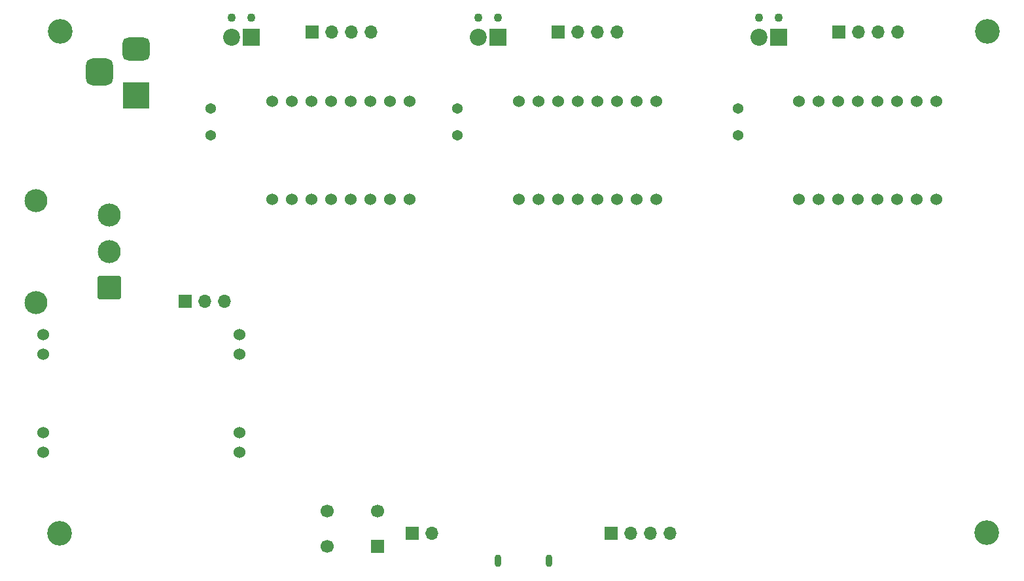
<source format=gbr>
%TF.GenerationSoftware,KiCad,Pcbnew,7.0.11+dfsg-1build4*%
%TF.CreationDate,2025-03-22T04:05:15-07:00*%
%TF.ProjectId,STM-32 PCB,53544d2d-3332-4205-9043-422e6b696361,rev?*%
%TF.SameCoordinates,Original*%
%TF.FileFunction,Soldermask,Bot*%
%TF.FilePolarity,Negative*%
%FSLAX46Y46*%
G04 Gerber Fmt 4.6, Leading zero omitted, Abs format (unit mm)*
G04 Created by KiCad (PCBNEW 7.0.11+dfsg-1build4) date 2025-03-22 04:05:15*
%MOMM*%
%LPD*%
G01*
G04 APERTURE LIST*
G04 Aperture macros list*
%AMRoundRect*
0 Rectangle with rounded corners*
0 $1 Rounding radius*
0 $2 $3 $4 $5 $6 $7 $8 $9 X,Y pos of 4 corners*
0 Add a 4 corners polygon primitive as box body*
4,1,4,$2,$3,$4,$5,$6,$7,$8,$9,$2,$3,0*
0 Add four circle primitives for the rounded corners*
1,1,$1+$1,$2,$3*
1,1,$1+$1,$4,$5*
1,1,$1+$1,$6,$7*
1,1,$1+$1,$8,$9*
0 Add four rect primitives between the rounded corners*
20,1,$1+$1,$2,$3,$4,$5,0*
20,1,$1+$1,$4,$5,$6,$7,0*
20,1,$1+$1,$6,$7,$8,$9,0*
20,1,$1+$1,$8,$9,$2,$3,0*%
G04 Aperture macros list end*
%ADD10C,1.524000*%
%ADD11R,1.700000X1.700000*%
%ADD12C,1.700000*%
%ADD13C,1.371600*%
%ADD14O,1.700000X1.700000*%
%ADD15O,0.900000X1.600000*%
%ADD16C,1.100000*%
%ADD17R,2.200000X2.200000*%
%ADD18C,2.200000*%
%ADD19C,3.200000*%
%ADD20R,3.500000X3.500000*%
%ADD21RoundRect,0.750000X-1.000000X0.750000X-1.000000X-0.750000X1.000000X-0.750000X1.000000X0.750000X0*%
%ADD22RoundRect,0.875000X-0.875000X0.875000X-0.875000X-0.875000X0.875000X-0.875000X0.875000X0.875000X0*%
%ADD23RoundRect,0.102000X1.387500X-1.387500X1.387500X1.387500X-1.387500X1.387500X-1.387500X-1.387500X0*%
%ADD24C,2.979000*%
G04 APERTURE END LIST*
D10*
%TO.C,U0*%
X89900000Y-104340000D03*
X89900000Y-106880000D03*
X89900000Y-117040000D03*
X89900000Y-119580000D03*
X115300000Y-104340000D03*
X115300000Y-106880000D03*
X115300000Y-117040000D03*
X115300000Y-119580000D03*
%TD*%
D11*
%TO.C,SW2*%
X133150000Y-131740000D03*
D12*
X126650000Y-131740000D03*
X133150000Y-127240000D03*
X126650000Y-127240000D03*
%TD*%
D13*
%TO.C,C6*%
X111580000Y-75025000D03*
X111580000Y-78525001D03*
%TD*%
D11*
%TO.C,J5*%
X156520000Y-65160000D03*
D14*
X159060000Y-65160000D03*
X161600000Y-65160000D03*
X164140000Y-65160000D03*
%TD*%
D10*
%TO.C,U4*%
X187687500Y-86840000D03*
X190227500Y-86840000D03*
X192767500Y-86840000D03*
X195307500Y-86840000D03*
X197847500Y-86840000D03*
X200387500Y-86840000D03*
X202927500Y-86840000D03*
X205467500Y-86840000D03*
X205467500Y-74140000D03*
X202927500Y-74140000D03*
X200387500Y-74140000D03*
X197847500Y-74140000D03*
X195307500Y-74140000D03*
X192767500Y-74140000D03*
X190227500Y-74140000D03*
X187687500Y-74140000D03*
%TD*%
D15*
%TO.C,J10*%
X148690000Y-133675000D03*
X155290000Y-133675000D03*
%TD*%
D16*
%TO.C,J7*%
X116817500Y-63320000D03*
X114277500Y-63320000D03*
D17*
X116817500Y-65860000D03*
D18*
X114277500Y-65860000D03*
%TD*%
D11*
%TO.C,J4*%
X124630000Y-65160000D03*
D14*
X127170000Y-65160000D03*
X129710000Y-65160000D03*
X132250000Y-65160000D03*
%TD*%
D19*
%TO.C,H3*%
X92000000Y-130060000D03*
%TD*%
D10*
%TO.C,U2*%
X119497500Y-86840000D03*
X122037500Y-86840000D03*
X124577500Y-86840000D03*
X127117500Y-86840000D03*
X129657500Y-86840000D03*
X132197500Y-86840000D03*
X134737500Y-86840000D03*
X137277500Y-86840000D03*
X137277500Y-74140000D03*
X134737500Y-74140000D03*
X132197500Y-74140000D03*
X129657500Y-74140000D03*
X127117500Y-74140000D03*
X124577500Y-74140000D03*
X122037500Y-74140000D03*
X119497500Y-74140000D03*
%TD*%
D19*
%TO.C,H4*%
X212000000Y-130030000D03*
%TD*%
D20*
%TO.C,J0*%
X101877500Y-73350000D03*
D21*
X101877500Y-67350000D03*
D22*
X97177500Y-70350000D03*
%TD*%
D11*
%TO.C,J6*%
X192820000Y-65160000D03*
D14*
X195360000Y-65160000D03*
X197900000Y-65160000D03*
X200440000Y-65160000D03*
%TD*%
D10*
%TO.C,U3*%
X151387500Y-86840000D03*
X153927500Y-86840000D03*
X156467500Y-86840000D03*
X159007500Y-86840000D03*
X161547500Y-86840000D03*
X164087500Y-86840000D03*
X166627500Y-86840000D03*
X169167500Y-86840000D03*
X169167500Y-74140000D03*
X166627500Y-74140000D03*
X164087500Y-74140000D03*
X161547500Y-74140000D03*
X159007500Y-74140000D03*
X156467500Y-74140000D03*
X153927500Y-74140000D03*
X151387500Y-74140000D03*
%TD*%
D19*
%TO.C,H1*%
X92050000Y-65060000D03*
%TD*%
D13*
%TO.C,C9*%
X143470000Y-75025000D03*
X143470000Y-78525001D03*
%TD*%
D16*
%TO.C,J8*%
X148707500Y-63320000D03*
X146167500Y-63320000D03*
D17*
X148707500Y-65860000D03*
D18*
X146167500Y-65860000D03*
%TD*%
D11*
%TO.C,J3*%
X163320000Y-130070000D03*
D14*
X165860000Y-130070000D03*
X168400000Y-130070000D03*
X170940000Y-130070000D03*
%TD*%
D11*
%TO.C,J2*%
X137610000Y-130070000D03*
D14*
X140150000Y-130070000D03*
%TD*%
D23*
%TO.C,SW1*%
X98456600Y-98256700D03*
D24*
X98456600Y-93556700D03*
X98456600Y-88856700D03*
X88926600Y-100161700D03*
X88926600Y-86951700D03*
%TD*%
D19*
%TO.C,H2*%
X212050000Y-65030000D03*
%TD*%
D16*
%TO.C,J9*%
X185007500Y-63320000D03*
X182467500Y-63320000D03*
D17*
X185007500Y-65860000D03*
D18*
X182467500Y-65860000D03*
%TD*%
D11*
%TO.C,J1*%
X108225000Y-100060000D03*
D14*
X110765000Y-100060000D03*
X113305000Y-100060000D03*
%TD*%
D13*
%TO.C,C12*%
X179770000Y-75025000D03*
X179770000Y-78525001D03*
%TD*%
M02*

</source>
